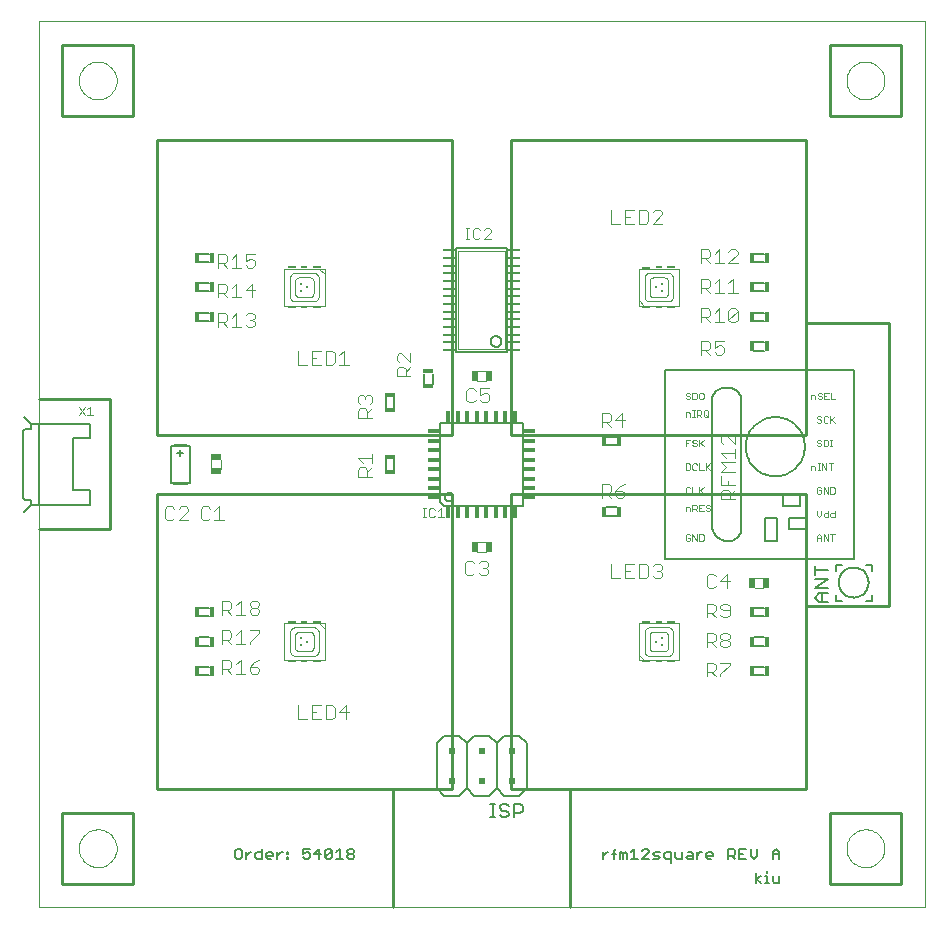
<source format=gto>
G75*
G70*
%OFA0B0*%
%FSLAX24Y24*%
%IPPOS*%
%LPD*%
%AMOC8*
5,1,8,0,0,1.08239X$1,22.5*
%
%ADD10C,0.0000*%
%ADD11C,0.0060*%
%ADD12C,0.0100*%
%ADD13C,0.0050*%
%ADD14R,0.0200X0.0200*%
%ADD15C,0.0040*%
%ADD16R,0.0374X0.0197*%
%ADD17R,0.0180X0.0390*%
%ADD18R,0.0390X0.0180*%
%ADD19C,0.0030*%
%ADD20C,0.0020*%
%ADD21R,0.0160X0.0340*%
%ADD22R,0.0340X0.0160*%
%ADD23R,0.0197X0.0374*%
%ADD24C,0.0080*%
%ADD25R,0.0440X0.0080*%
%ADD26R,0.0276X0.0108*%
%ADD27R,0.0197X0.0098*%
%ADD28R,0.0276X0.0089*%
%ADD29R,0.0197X0.0089*%
%ADD30R,0.0098X0.0098*%
D10*
X000637Y000574D02*
X030165Y000574D01*
X030165Y030101D01*
X000637Y030101D01*
X000637Y000574D01*
X001976Y002542D02*
X001978Y002592D01*
X001984Y002642D01*
X001994Y002691D01*
X002008Y002739D01*
X002025Y002786D01*
X002046Y002831D01*
X002071Y002875D01*
X002099Y002916D01*
X002131Y002955D01*
X002165Y002992D01*
X002202Y003026D01*
X002242Y003056D01*
X002284Y003083D01*
X002328Y003107D01*
X002374Y003128D01*
X002421Y003144D01*
X002469Y003157D01*
X002519Y003166D01*
X002568Y003171D01*
X002619Y003172D01*
X002669Y003169D01*
X002718Y003162D01*
X002767Y003151D01*
X002815Y003136D01*
X002861Y003118D01*
X002906Y003096D01*
X002949Y003070D01*
X002990Y003041D01*
X003029Y003009D01*
X003065Y002974D01*
X003097Y002936D01*
X003127Y002896D01*
X003154Y002853D01*
X003177Y002809D01*
X003196Y002763D01*
X003212Y002715D01*
X003224Y002666D01*
X003232Y002617D01*
X003236Y002567D01*
X003236Y002517D01*
X003232Y002467D01*
X003224Y002418D01*
X003212Y002369D01*
X003196Y002321D01*
X003177Y002275D01*
X003154Y002231D01*
X003127Y002188D01*
X003097Y002148D01*
X003065Y002110D01*
X003029Y002075D01*
X002990Y002043D01*
X002949Y002014D01*
X002906Y001988D01*
X002861Y001966D01*
X002815Y001948D01*
X002767Y001933D01*
X002718Y001922D01*
X002669Y001915D01*
X002619Y001912D01*
X002568Y001913D01*
X002519Y001918D01*
X002469Y001927D01*
X002421Y001940D01*
X002374Y001956D01*
X002328Y001977D01*
X002284Y002001D01*
X002242Y002028D01*
X002202Y002058D01*
X002165Y002092D01*
X002131Y002129D01*
X002099Y002168D01*
X002071Y002209D01*
X002046Y002253D01*
X002025Y002298D01*
X002008Y002345D01*
X001994Y002393D01*
X001984Y002442D01*
X001978Y002492D01*
X001976Y002542D01*
X001976Y028133D02*
X001978Y028183D01*
X001984Y028233D01*
X001994Y028282D01*
X002008Y028330D01*
X002025Y028377D01*
X002046Y028422D01*
X002071Y028466D01*
X002099Y028507D01*
X002131Y028546D01*
X002165Y028583D01*
X002202Y028617D01*
X002242Y028647D01*
X002284Y028674D01*
X002328Y028698D01*
X002374Y028719D01*
X002421Y028735D01*
X002469Y028748D01*
X002519Y028757D01*
X002568Y028762D01*
X002619Y028763D01*
X002669Y028760D01*
X002718Y028753D01*
X002767Y028742D01*
X002815Y028727D01*
X002861Y028709D01*
X002906Y028687D01*
X002949Y028661D01*
X002990Y028632D01*
X003029Y028600D01*
X003065Y028565D01*
X003097Y028527D01*
X003127Y028487D01*
X003154Y028444D01*
X003177Y028400D01*
X003196Y028354D01*
X003212Y028306D01*
X003224Y028257D01*
X003232Y028208D01*
X003236Y028158D01*
X003236Y028108D01*
X003232Y028058D01*
X003224Y028009D01*
X003212Y027960D01*
X003196Y027912D01*
X003177Y027866D01*
X003154Y027822D01*
X003127Y027779D01*
X003097Y027739D01*
X003065Y027701D01*
X003029Y027666D01*
X002990Y027634D01*
X002949Y027605D01*
X002906Y027579D01*
X002861Y027557D01*
X002815Y027539D01*
X002767Y027524D01*
X002718Y027513D01*
X002669Y027506D01*
X002619Y027503D01*
X002568Y027504D01*
X002519Y027509D01*
X002469Y027518D01*
X002421Y027531D01*
X002374Y027547D01*
X002328Y027568D01*
X002284Y027592D01*
X002242Y027619D01*
X002202Y027649D01*
X002165Y027683D01*
X002131Y027720D01*
X002099Y027759D01*
X002071Y027800D01*
X002046Y027844D01*
X002025Y027889D01*
X002008Y027936D01*
X001994Y027984D01*
X001984Y028033D01*
X001978Y028083D01*
X001976Y028133D01*
X027566Y028133D02*
X027568Y028183D01*
X027574Y028233D01*
X027584Y028282D01*
X027598Y028330D01*
X027615Y028377D01*
X027636Y028422D01*
X027661Y028466D01*
X027689Y028507D01*
X027721Y028546D01*
X027755Y028583D01*
X027792Y028617D01*
X027832Y028647D01*
X027874Y028674D01*
X027918Y028698D01*
X027964Y028719D01*
X028011Y028735D01*
X028059Y028748D01*
X028109Y028757D01*
X028158Y028762D01*
X028209Y028763D01*
X028259Y028760D01*
X028308Y028753D01*
X028357Y028742D01*
X028405Y028727D01*
X028451Y028709D01*
X028496Y028687D01*
X028539Y028661D01*
X028580Y028632D01*
X028619Y028600D01*
X028655Y028565D01*
X028687Y028527D01*
X028717Y028487D01*
X028744Y028444D01*
X028767Y028400D01*
X028786Y028354D01*
X028802Y028306D01*
X028814Y028257D01*
X028822Y028208D01*
X028826Y028158D01*
X028826Y028108D01*
X028822Y028058D01*
X028814Y028009D01*
X028802Y027960D01*
X028786Y027912D01*
X028767Y027866D01*
X028744Y027822D01*
X028717Y027779D01*
X028687Y027739D01*
X028655Y027701D01*
X028619Y027666D01*
X028580Y027634D01*
X028539Y027605D01*
X028496Y027579D01*
X028451Y027557D01*
X028405Y027539D01*
X028357Y027524D01*
X028308Y027513D01*
X028259Y027506D01*
X028209Y027503D01*
X028158Y027504D01*
X028109Y027509D01*
X028059Y027518D01*
X028011Y027531D01*
X027964Y027547D01*
X027918Y027568D01*
X027874Y027592D01*
X027832Y027619D01*
X027792Y027649D01*
X027755Y027683D01*
X027721Y027720D01*
X027689Y027759D01*
X027661Y027800D01*
X027636Y027844D01*
X027615Y027889D01*
X027598Y027936D01*
X027584Y027984D01*
X027574Y028033D01*
X027568Y028083D01*
X027566Y028133D01*
X027566Y002542D02*
X027568Y002592D01*
X027574Y002642D01*
X027584Y002691D01*
X027598Y002739D01*
X027615Y002786D01*
X027636Y002831D01*
X027661Y002875D01*
X027689Y002916D01*
X027721Y002955D01*
X027755Y002992D01*
X027792Y003026D01*
X027832Y003056D01*
X027874Y003083D01*
X027918Y003107D01*
X027964Y003128D01*
X028011Y003144D01*
X028059Y003157D01*
X028109Y003166D01*
X028158Y003171D01*
X028209Y003172D01*
X028259Y003169D01*
X028308Y003162D01*
X028357Y003151D01*
X028405Y003136D01*
X028451Y003118D01*
X028496Y003096D01*
X028539Y003070D01*
X028580Y003041D01*
X028619Y003009D01*
X028655Y002974D01*
X028687Y002936D01*
X028717Y002896D01*
X028744Y002853D01*
X028767Y002809D01*
X028786Y002763D01*
X028802Y002715D01*
X028814Y002666D01*
X028822Y002617D01*
X028826Y002567D01*
X028826Y002517D01*
X028822Y002467D01*
X028814Y002418D01*
X028802Y002369D01*
X028786Y002321D01*
X028767Y002275D01*
X028744Y002231D01*
X028717Y002188D01*
X028687Y002148D01*
X028655Y002110D01*
X028619Y002075D01*
X028580Y002043D01*
X028539Y002014D01*
X028496Y001988D01*
X028451Y001966D01*
X028405Y001948D01*
X028357Y001933D01*
X028308Y001922D01*
X028259Y001915D01*
X028209Y001912D01*
X028158Y001913D01*
X028109Y001918D01*
X028059Y001927D01*
X028011Y001940D01*
X027964Y001956D01*
X027918Y001977D01*
X027874Y002001D01*
X027832Y002028D01*
X027792Y002058D01*
X027755Y002092D01*
X027721Y002129D01*
X027689Y002168D01*
X027661Y002209D01*
X027636Y002253D01*
X027615Y002298D01*
X027598Y002345D01*
X027584Y002393D01*
X027574Y002442D01*
X027568Y002492D01*
X027566Y002542D01*
D11*
X025329Y002405D02*
X025329Y002179D01*
X025329Y002349D02*
X025102Y002349D01*
X025102Y002405D02*
X025215Y002519D01*
X025329Y002405D01*
X025102Y002405D02*
X025102Y002179D01*
X024592Y002292D02*
X024592Y002519D01*
X024365Y002519D02*
X024365Y002292D01*
X024479Y002179D01*
X024592Y002292D01*
X024224Y002179D02*
X023997Y002179D01*
X023997Y002519D01*
X024224Y002519D01*
X024110Y002349D02*
X023997Y002349D01*
X023855Y002349D02*
X023855Y002462D01*
X023799Y002519D01*
X023629Y002519D01*
X023629Y002179D01*
X023629Y002292D02*
X023799Y002292D01*
X023855Y002349D01*
X023742Y002292D02*
X023855Y002179D01*
X023119Y002292D02*
X022892Y002292D01*
X022892Y002349D02*
X022949Y002405D01*
X023062Y002405D01*
X023119Y002349D01*
X023119Y002292D01*
X023062Y002179D02*
X022949Y002179D01*
X022892Y002235D01*
X022892Y002349D01*
X022755Y002405D02*
X022698Y002405D01*
X022585Y002292D01*
X022585Y002179D02*
X022585Y002405D01*
X022444Y002349D02*
X022444Y002179D01*
X022273Y002179D01*
X022217Y002235D01*
X022273Y002292D01*
X022444Y002292D01*
X022444Y002349D02*
X022387Y002405D01*
X022273Y002405D01*
X022075Y002405D02*
X022075Y002179D01*
X021905Y002179D01*
X021848Y002235D01*
X021848Y002405D01*
X021707Y002405D02*
X021707Y002065D01*
X021707Y002179D02*
X021537Y002179D01*
X021480Y002235D01*
X021480Y002349D01*
X021537Y002405D01*
X021707Y002405D01*
X021339Y002405D02*
X021168Y002405D01*
X021112Y002349D01*
X021168Y002292D01*
X021282Y002292D01*
X021339Y002235D01*
X021282Y002179D01*
X021112Y002179D01*
X020970Y002179D02*
X020743Y002179D01*
X020970Y002405D01*
X020970Y002462D01*
X020914Y002519D01*
X020800Y002519D01*
X020743Y002462D01*
X020489Y002519D02*
X020489Y002179D01*
X020602Y002179D02*
X020375Y002179D01*
X020234Y002179D02*
X020234Y002349D01*
X020177Y002405D01*
X020120Y002349D01*
X020120Y002179D01*
X020007Y002179D02*
X020007Y002405D01*
X020064Y002405D01*
X020120Y002349D01*
X019875Y002349D02*
X019761Y002349D01*
X019818Y002462D02*
X019818Y002179D01*
X019818Y002462D02*
X019875Y002519D01*
X019624Y002405D02*
X019568Y002405D01*
X019454Y002292D01*
X019454Y002179D02*
X019454Y002405D01*
X020375Y002405D02*
X020489Y002519D01*
X016901Y004548D02*
X016651Y004298D01*
X016151Y004298D01*
X015901Y004548D01*
X015901Y006048D01*
X015651Y006298D01*
X015151Y006298D01*
X014901Y006048D01*
X014651Y006298D01*
X014151Y006298D01*
X013901Y006048D01*
X013901Y004548D01*
X014151Y004298D01*
X014651Y004298D01*
X014901Y004548D01*
X014901Y006048D01*
X015901Y006048D02*
X016151Y006298D01*
X016651Y006298D01*
X016901Y006048D01*
X016901Y004548D01*
X015901Y004548D02*
X015651Y004298D01*
X015151Y004298D01*
X014901Y004548D01*
X011155Y002462D02*
X011155Y002405D01*
X011099Y002349D01*
X010985Y002349D01*
X010929Y002405D01*
X010929Y002462D01*
X010985Y002519D01*
X011099Y002519D01*
X011155Y002462D01*
X011099Y002349D02*
X011155Y002292D01*
X011155Y002235D01*
X011099Y002179D01*
X010985Y002179D01*
X010929Y002235D01*
X010929Y002292D01*
X010985Y002349D01*
X010787Y002179D02*
X010560Y002179D01*
X010674Y002179D02*
X010674Y002519D01*
X010560Y002405D01*
X010419Y002462D02*
X010192Y002235D01*
X010249Y002179D01*
X010362Y002179D01*
X010419Y002235D01*
X010419Y002462D01*
X010362Y002519D01*
X010249Y002519D01*
X010192Y002462D01*
X010192Y002235D01*
X010051Y002349D02*
X009824Y002349D01*
X009994Y002519D01*
X009994Y002179D01*
X009682Y002235D02*
X009625Y002179D01*
X009512Y002179D01*
X009455Y002235D01*
X009455Y002349D02*
X009569Y002405D01*
X009625Y002405D01*
X009682Y002349D01*
X009682Y002235D01*
X009455Y002349D02*
X009455Y002519D01*
X009682Y002519D01*
X008960Y002405D02*
X008960Y002349D01*
X008903Y002349D01*
X008903Y002405D01*
X008960Y002405D01*
X008960Y002235D02*
X008960Y002179D01*
X008903Y002179D01*
X008903Y002235D01*
X008960Y002235D01*
X008766Y002405D02*
X008709Y002405D01*
X008596Y002292D01*
X008596Y002179D02*
X008596Y002405D01*
X008454Y002349D02*
X008454Y002292D01*
X008228Y002292D01*
X008228Y002349D02*
X008284Y002405D01*
X008398Y002405D01*
X008454Y002349D01*
X008398Y002179D02*
X008284Y002179D01*
X008228Y002235D01*
X008228Y002349D01*
X008086Y002405D02*
X007916Y002405D01*
X007859Y002349D01*
X007859Y002235D01*
X007916Y002179D01*
X008086Y002179D01*
X008086Y002519D01*
X007723Y002405D02*
X007666Y002405D01*
X007552Y002292D01*
X007552Y002179D02*
X007552Y002405D01*
X007411Y002462D02*
X007411Y002235D01*
X007354Y002179D01*
X007241Y002179D01*
X007184Y002235D01*
X007184Y002462D01*
X007241Y002519D01*
X007354Y002519D01*
X007411Y002462D01*
X006319Y008308D02*
X005979Y008308D01*
X005979Y008588D02*
X006319Y008588D01*
X006319Y009292D02*
X005979Y009292D01*
X005979Y009572D02*
X006319Y009572D01*
X006319Y010276D02*
X005979Y010276D01*
X005979Y010556D02*
X006319Y010556D01*
X005581Y014687D02*
X005141Y014687D01*
X005141Y015987D02*
X005581Y015987D01*
X005979Y020119D02*
X006319Y020119D01*
X006319Y020399D02*
X005979Y020399D01*
X005979Y021103D02*
X006319Y021103D01*
X006319Y021383D02*
X005979Y021383D01*
X005979Y022087D02*
X006319Y022087D01*
X006319Y022367D02*
X005979Y022367D01*
X012209Y017574D02*
X012209Y017234D01*
X012490Y017234D02*
X012490Y017574D01*
X013489Y018022D02*
X013489Y018362D01*
X013769Y018362D02*
X013769Y018022D01*
X014541Y019086D02*
X016260Y019086D01*
X016260Y022542D01*
X014541Y022542D01*
X014541Y019086D01*
X015701Y019436D02*
X015703Y019462D01*
X015709Y019488D01*
X015718Y019512D01*
X015731Y019535D01*
X015747Y019556D01*
X015766Y019574D01*
X015787Y019590D01*
X015811Y019602D01*
X015835Y019610D01*
X015861Y019615D01*
X015888Y019616D01*
X015914Y019613D01*
X015939Y019606D01*
X015963Y019596D01*
X015986Y019582D01*
X016006Y019566D01*
X016023Y019546D01*
X016038Y019524D01*
X016049Y019500D01*
X016057Y019475D01*
X016061Y019449D01*
X016061Y019423D01*
X016057Y019397D01*
X016049Y019372D01*
X016038Y019348D01*
X016023Y019326D01*
X016006Y019306D01*
X015986Y019290D01*
X015963Y019276D01*
X015939Y019266D01*
X015914Y019259D01*
X015888Y019256D01*
X015861Y019257D01*
X015835Y019262D01*
X015811Y019270D01*
X015787Y019282D01*
X015766Y019298D01*
X015747Y019316D01*
X015731Y019337D01*
X015718Y019360D01*
X015709Y019384D01*
X015703Y019410D01*
X015701Y019436D01*
X016781Y016717D02*
X014021Y016717D01*
X014021Y014097D01*
X014161Y013958D01*
X016781Y013958D01*
X016781Y016717D01*
X014180Y014257D02*
X014182Y014280D01*
X014188Y014303D01*
X014197Y014324D01*
X014210Y014344D01*
X014226Y014361D01*
X014244Y014375D01*
X014264Y014386D01*
X014286Y014394D01*
X014309Y014398D01*
X014333Y014398D01*
X014356Y014394D01*
X014378Y014386D01*
X014398Y014375D01*
X014416Y014361D01*
X014432Y014344D01*
X014445Y014324D01*
X014454Y014303D01*
X014460Y014280D01*
X014462Y014257D01*
X014460Y014234D01*
X014454Y014211D01*
X014445Y014190D01*
X014432Y014170D01*
X014416Y014153D01*
X014398Y014139D01*
X014378Y014128D01*
X014356Y014120D01*
X014333Y014116D01*
X014309Y014116D01*
X014286Y014120D01*
X014264Y014128D01*
X014244Y014139D01*
X014226Y014153D01*
X014210Y014170D01*
X014197Y014190D01*
X014188Y014211D01*
X014182Y014234D01*
X014180Y014257D01*
X012490Y015167D02*
X012490Y015508D01*
X012209Y015508D02*
X012209Y015167D01*
X019561Y015985D02*
X019902Y015985D01*
X019902Y016265D02*
X019561Y016265D01*
X019561Y013903D02*
X019902Y013903D01*
X019902Y013623D02*
X019561Y013623D01*
X024483Y010556D02*
X024823Y010556D01*
X024823Y010276D02*
X024483Y010276D01*
X024483Y009572D02*
X024823Y009572D01*
X024823Y009292D02*
X024483Y009292D01*
X024483Y008588D02*
X024823Y008588D01*
X024823Y008308D02*
X024483Y008308D01*
X027202Y010800D02*
X027202Y011000D01*
X027202Y010800D02*
X027402Y010800D01*
X027302Y011400D02*
X027304Y011444D01*
X027310Y011488D01*
X027320Y011531D01*
X027333Y011573D01*
X027350Y011614D01*
X027371Y011653D01*
X027395Y011690D01*
X027422Y011725D01*
X027452Y011757D01*
X027485Y011787D01*
X027521Y011813D01*
X027558Y011837D01*
X027598Y011856D01*
X027639Y011873D01*
X027682Y011885D01*
X027725Y011894D01*
X027769Y011899D01*
X027813Y011900D01*
X027857Y011897D01*
X027901Y011890D01*
X027944Y011879D01*
X027986Y011865D01*
X028026Y011847D01*
X028065Y011825D01*
X028101Y011801D01*
X028135Y011773D01*
X028167Y011742D01*
X028196Y011708D01*
X028222Y011672D01*
X028244Y011634D01*
X028263Y011594D01*
X028278Y011552D01*
X028290Y011510D01*
X028298Y011466D01*
X028302Y011422D01*
X028302Y011378D01*
X028298Y011334D01*
X028290Y011290D01*
X028278Y011248D01*
X028263Y011206D01*
X028244Y011166D01*
X028222Y011128D01*
X028196Y011092D01*
X028167Y011058D01*
X028135Y011027D01*
X028101Y010999D01*
X028065Y010975D01*
X028026Y010953D01*
X027986Y010935D01*
X027944Y010921D01*
X027901Y010910D01*
X027857Y010903D01*
X027813Y010900D01*
X027769Y010901D01*
X027725Y010906D01*
X027682Y010915D01*
X027639Y010927D01*
X027598Y010944D01*
X027558Y010963D01*
X027521Y010987D01*
X027485Y011013D01*
X027452Y011043D01*
X027422Y011075D01*
X027395Y011110D01*
X027371Y011147D01*
X027350Y011186D01*
X027333Y011227D01*
X027320Y011269D01*
X027310Y011312D01*
X027304Y011356D01*
X027302Y011400D01*
X027202Y011800D02*
X027202Y012000D01*
X027402Y012000D01*
X028202Y012000D02*
X028402Y012000D01*
X028402Y011800D01*
X028402Y011000D02*
X028402Y010800D01*
X028202Y010800D01*
X024823Y019134D02*
X024483Y019134D01*
X024483Y019415D02*
X024823Y019415D01*
X024823Y020119D02*
X024483Y020119D01*
X024483Y020399D02*
X024823Y020399D01*
X024823Y021103D02*
X024483Y021103D01*
X024483Y021383D02*
X024823Y021383D01*
X024823Y022087D02*
X024483Y022087D01*
X024483Y022367D02*
X024823Y022367D01*
X024913Y001788D02*
X024913Y001731D01*
X024913Y001618D02*
X024913Y001391D01*
X024856Y001391D02*
X024970Y001391D01*
X025102Y001448D02*
X025159Y001391D01*
X025329Y001391D01*
X025329Y001618D01*
X025102Y001618D02*
X025102Y001448D01*
X024913Y001618D02*
X024856Y001618D01*
X024720Y001618D02*
X024549Y001505D01*
X024720Y001391D01*
X024549Y001391D02*
X024549Y001731D01*
D12*
X027015Y001361D02*
X027015Y003723D01*
X029377Y003723D01*
X029377Y001361D01*
X027015Y001361D01*
X026228Y004511D02*
X018354Y004511D01*
X016385Y004511D01*
X016385Y014353D01*
X026228Y014353D01*
X026228Y010613D01*
X026228Y004511D01*
X026228Y010613D02*
X028983Y010613D01*
X028983Y020062D01*
X026228Y020062D01*
X026228Y016322D01*
X016385Y016322D01*
X016385Y026164D01*
X026228Y026164D01*
X026228Y020062D01*
X027015Y026952D02*
X027015Y029314D01*
X029377Y029314D01*
X029377Y026952D01*
X027015Y026952D01*
X014417Y026164D02*
X014417Y016322D01*
X004574Y016322D01*
X004574Y026164D01*
X014417Y026164D01*
X003787Y026952D02*
X001424Y026952D01*
X001424Y029314D01*
X003787Y029314D01*
X003787Y026952D01*
X002999Y017503D02*
X000637Y017503D01*
X002999Y017503D02*
X002999Y013172D01*
X000637Y013172D01*
X004574Y014353D02*
X014417Y014353D01*
X014417Y004511D01*
X012448Y004511D01*
X004574Y004511D01*
X004574Y014353D01*
X012448Y004511D02*
X012448Y000574D01*
X018354Y000574D02*
X018354Y004511D01*
X003787Y003723D02*
X003787Y001361D01*
X001424Y001361D01*
X001424Y003723D01*
X003787Y003723D01*
D13*
X002350Y013999D02*
X000657Y013999D01*
X000657Y016676D01*
X002350Y016676D01*
X002350Y016204D01*
X001798Y016204D01*
X001798Y014471D01*
X002350Y014471D01*
X002350Y013999D01*
X000657Y013999D02*
X000381Y013999D01*
X000381Y014156D01*
X000204Y014156D01*
X000187Y014160D01*
X000172Y014168D01*
X000158Y014178D01*
X000146Y014190D01*
X000136Y014205D01*
X000129Y014221D01*
X000126Y014238D01*
X000125Y014255D01*
X000125Y016440D01*
X000129Y016457D01*
X000137Y016472D01*
X000147Y016486D01*
X000159Y016498D01*
X000174Y016508D01*
X000190Y016515D01*
X000207Y016518D01*
X000224Y016519D01*
X000381Y016519D01*
X000381Y016676D01*
X000657Y016676D01*
X015698Y004023D02*
X015848Y004023D01*
X015773Y004023D02*
X015773Y003573D01*
X015698Y003573D02*
X015848Y003573D01*
X016005Y003648D02*
X016080Y003573D01*
X016230Y003573D01*
X016305Y003648D01*
X016305Y003723D01*
X016230Y003798D01*
X016080Y003798D01*
X016005Y003873D01*
X016005Y003948D01*
X016080Y004023D01*
X016230Y004023D01*
X016305Y003948D01*
X016465Y004023D02*
X016465Y003573D01*
X016465Y003723D02*
X016691Y003723D01*
X016766Y003798D01*
X016766Y003948D01*
X016691Y004023D01*
X016465Y004023D01*
X021503Y012188D02*
X021503Y018487D01*
X027802Y018487D01*
X027802Y012188D01*
X021503Y012188D01*
X023078Y013323D02*
X023078Y017456D01*
X023080Y017497D01*
X023085Y017537D01*
X023095Y017576D01*
X023108Y017615D01*
X023124Y017652D01*
X023144Y017688D01*
X023167Y017721D01*
X023193Y017752D01*
X023222Y017781D01*
X023253Y017807D01*
X023286Y017830D01*
X023322Y017850D01*
X023359Y017866D01*
X023398Y017879D01*
X023437Y017889D01*
X023477Y017894D01*
X023518Y017896D01*
X023518Y017897D02*
X023622Y017897D01*
X023622Y017896D02*
X023663Y017894D01*
X023703Y017889D01*
X023742Y017879D01*
X023781Y017866D01*
X023818Y017850D01*
X023854Y017830D01*
X023887Y017807D01*
X023918Y017781D01*
X023947Y017752D01*
X023973Y017721D01*
X023996Y017688D01*
X024016Y017652D01*
X024032Y017615D01*
X024045Y017576D01*
X024055Y017537D01*
X024060Y017497D01*
X024062Y017456D01*
X024062Y013219D01*
X024060Y013178D01*
X024055Y013138D01*
X024045Y013099D01*
X024032Y013060D01*
X024016Y013023D01*
X023996Y012987D01*
X023973Y012954D01*
X023947Y012923D01*
X023918Y012894D01*
X023887Y012868D01*
X023854Y012845D01*
X023818Y012825D01*
X023781Y012809D01*
X023742Y012796D01*
X023703Y012786D01*
X023663Y012781D01*
X023622Y012779D01*
X023577Y012781D01*
X023532Y012786D01*
X023488Y012796D01*
X023445Y012808D01*
X023403Y012825D01*
X023363Y012845D01*
X023324Y012868D01*
X023288Y012894D01*
X023254Y012923D01*
X023222Y012955D01*
X023193Y012989D01*
X023167Y013025D01*
X023144Y013064D01*
X023124Y013104D01*
X023107Y013146D01*
X023095Y013189D01*
X023085Y013233D01*
X023080Y013278D01*
X023078Y013323D01*
X024850Y013566D02*
X024850Y012778D01*
X025243Y012778D01*
X025243Y013566D01*
X024850Y013566D01*
X025440Y013960D02*
X025440Y014353D01*
X026031Y014353D01*
X026031Y013960D01*
X025440Y013960D01*
X025637Y013566D02*
X026228Y013566D01*
X026228Y013172D01*
X025637Y013172D01*
X025637Y013566D01*
X026510Y011964D02*
X026510Y011664D01*
X026510Y011814D02*
X026960Y011814D01*
X026960Y011503D02*
X026510Y011503D01*
X026510Y011203D02*
X026960Y011503D01*
X026960Y011203D02*
X026510Y011203D01*
X026660Y011043D02*
X026960Y011043D01*
X026735Y011043D02*
X026735Y010743D01*
X026660Y010743D02*
X026510Y010893D01*
X026660Y011043D01*
X026660Y010743D02*
X026960Y010743D01*
X024206Y015928D02*
X024208Y015990D01*
X024214Y016053D01*
X024224Y016114D01*
X024238Y016175D01*
X024255Y016235D01*
X024276Y016294D01*
X024302Y016351D01*
X024330Y016406D01*
X024362Y016460D01*
X024398Y016511D01*
X024436Y016561D01*
X024478Y016607D01*
X024522Y016651D01*
X024570Y016692D01*
X024619Y016730D01*
X024671Y016764D01*
X024725Y016795D01*
X024781Y016823D01*
X024839Y016847D01*
X024898Y016868D01*
X024958Y016884D01*
X025019Y016897D01*
X025081Y016906D01*
X025143Y016911D01*
X025206Y016912D01*
X025268Y016909D01*
X025330Y016902D01*
X025392Y016891D01*
X025452Y016876D01*
X025512Y016858D01*
X025570Y016836D01*
X025627Y016810D01*
X025682Y016780D01*
X025735Y016747D01*
X025786Y016711D01*
X025834Y016672D01*
X025880Y016629D01*
X025923Y016584D01*
X025963Y016536D01*
X026000Y016486D01*
X026034Y016433D01*
X026065Y016379D01*
X026091Y016323D01*
X026115Y016265D01*
X026134Y016205D01*
X026150Y016145D01*
X026162Y016083D01*
X026170Y016022D01*
X026174Y015959D01*
X026174Y015897D01*
X026170Y015834D01*
X026162Y015773D01*
X026150Y015711D01*
X026134Y015651D01*
X026115Y015591D01*
X026091Y015533D01*
X026065Y015477D01*
X026034Y015423D01*
X026000Y015370D01*
X025963Y015320D01*
X025923Y015272D01*
X025880Y015227D01*
X025834Y015184D01*
X025786Y015145D01*
X025735Y015109D01*
X025682Y015076D01*
X025627Y015046D01*
X025570Y015020D01*
X025512Y014998D01*
X025452Y014980D01*
X025392Y014965D01*
X025330Y014954D01*
X025268Y014947D01*
X025206Y014944D01*
X025143Y014945D01*
X025081Y014950D01*
X025019Y014959D01*
X024958Y014972D01*
X024898Y014988D01*
X024839Y015009D01*
X024781Y015033D01*
X024725Y015061D01*
X024671Y015092D01*
X024619Y015126D01*
X024570Y015164D01*
X024522Y015205D01*
X024478Y015249D01*
X024436Y015295D01*
X024398Y015345D01*
X024362Y015396D01*
X024330Y015450D01*
X024302Y015505D01*
X024276Y015562D01*
X024255Y015621D01*
X024238Y015681D01*
X024224Y015742D01*
X024214Y015803D01*
X024208Y015866D01*
X024206Y015928D01*
D14*
X016401Y005798D03*
X016401Y004798D03*
X015401Y004798D03*
X015401Y005798D03*
X014401Y005798D03*
X014401Y004798D03*
D15*
X010889Y006850D02*
X010889Y007310D01*
X010659Y007080D01*
X010966Y007080D01*
X010506Y007233D02*
X010506Y006926D01*
X010429Y006850D01*
X010199Y006850D01*
X010199Y007310D01*
X010429Y007310D01*
X010506Y007233D01*
X010045Y007310D02*
X009738Y007310D01*
X009738Y006850D01*
X010045Y006850D01*
X009892Y007080D02*
X009738Y007080D01*
X009585Y006850D02*
X009278Y006850D01*
X009278Y007310D01*
X008826Y008822D02*
X008826Y010042D01*
X009987Y010042D01*
X010165Y009865D01*
X010066Y009963D01*
X010076Y010042D02*
X010165Y010042D01*
X010165Y009865D01*
X010165Y008822D01*
X008826Y008822D01*
X009023Y009117D02*
X009023Y009747D01*
X009025Y009769D01*
X009029Y009791D01*
X009037Y009812D01*
X009048Y009832D01*
X009061Y009850D01*
X009077Y009866D01*
X009095Y009879D01*
X009115Y009890D01*
X009136Y009898D01*
X009158Y009902D01*
X009180Y009904D01*
X009810Y009904D01*
X009832Y009902D01*
X009854Y009898D01*
X009875Y009890D01*
X009895Y009879D01*
X009913Y009866D01*
X009929Y009850D01*
X009942Y009832D01*
X009953Y009812D01*
X009961Y009791D01*
X009965Y009769D01*
X009967Y009747D01*
X009968Y009747D02*
X009968Y009117D01*
X009967Y009117D02*
X009965Y009095D01*
X009961Y009073D01*
X009953Y009052D01*
X009942Y009032D01*
X009929Y009014D01*
X009913Y008998D01*
X009895Y008985D01*
X009875Y008974D01*
X009854Y008966D01*
X009832Y008962D01*
X009810Y008960D01*
X009180Y008960D01*
X009158Y008962D01*
X009136Y008966D01*
X009115Y008974D01*
X009095Y008985D01*
X009077Y008998D01*
X009061Y009014D01*
X009048Y009032D01*
X009037Y009052D01*
X009029Y009073D01*
X009025Y009095D01*
X009023Y009117D01*
X009190Y009225D02*
X009190Y009639D01*
X009192Y009659D01*
X009197Y009679D01*
X009206Y009698D01*
X009218Y009715D01*
X009232Y009729D01*
X009249Y009741D01*
X009268Y009750D01*
X009288Y009755D01*
X009308Y009757D01*
X009682Y009757D01*
X009702Y009755D01*
X009722Y009750D01*
X009741Y009741D01*
X009758Y009729D01*
X009772Y009715D01*
X009784Y009698D01*
X009793Y009679D01*
X009798Y009659D01*
X009800Y009639D01*
X009800Y009225D01*
X009798Y009205D01*
X009793Y009185D01*
X009784Y009166D01*
X009772Y009149D01*
X009758Y009135D01*
X009741Y009123D01*
X009722Y009114D01*
X009702Y009109D01*
X009682Y009107D01*
X009308Y009107D01*
X009288Y009109D01*
X009268Y009114D01*
X009249Y009123D01*
X009232Y009135D01*
X009218Y009149D01*
X009206Y009166D01*
X009197Y009185D01*
X009192Y009205D01*
X009190Y009225D01*
X009987Y010042D02*
X010165Y010042D01*
X007984Y009806D02*
X007984Y009729D01*
X007677Y009422D01*
X007677Y009346D01*
X007523Y009346D02*
X007217Y009346D01*
X007370Y009346D02*
X007370Y009806D01*
X007217Y009653D01*
X007063Y009729D02*
X007063Y009576D01*
X006986Y009499D01*
X006756Y009499D01*
X006756Y009346D02*
X006756Y009806D01*
X006986Y009806D01*
X007063Y009729D01*
X006910Y009499D02*
X007063Y009346D01*
X006986Y008822D02*
X006756Y008822D01*
X006756Y008361D01*
X006756Y008515D02*
X006986Y008515D01*
X007063Y008592D01*
X007063Y008745D01*
X006986Y008822D01*
X007217Y008668D02*
X007370Y008822D01*
X007370Y008361D01*
X007217Y008361D02*
X007523Y008361D01*
X007677Y008438D02*
X007754Y008361D01*
X007907Y008361D01*
X007984Y008438D01*
X007984Y008515D01*
X007907Y008592D01*
X007677Y008592D01*
X007677Y008438D01*
X007677Y008592D02*
X007830Y008745D01*
X007984Y008822D01*
X007984Y009806D02*
X007677Y009806D01*
X007754Y010330D02*
X007677Y010407D01*
X007677Y010483D01*
X007754Y010560D01*
X007907Y010560D01*
X007984Y010483D01*
X007984Y010407D01*
X007907Y010330D01*
X007754Y010330D01*
X007754Y010560D02*
X007677Y010637D01*
X007677Y010714D01*
X007754Y010790D01*
X007907Y010790D01*
X007984Y010714D01*
X007984Y010637D01*
X007907Y010560D01*
X007523Y010330D02*
X007217Y010330D01*
X007370Y010330D02*
X007370Y010790D01*
X007217Y010637D01*
X007063Y010714D02*
X006986Y010790D01*
X006756Y010790D01*
X006756Y010330D01*
X006756Y010483D02*
X006986Y010483D01*
X007063Y010560D01*
X007063Y010714D01*
X006910Y010483D02*
X007063Y010330D01*
X006910Y008515D02*
X007063Y008361D01*
X006803Y013480D02*
X006496Y013480D01*
X006649Y013480D02*
X006649Y013940D01*
X006496Y013786D01*
X006342Y013863D02*
X006266Y013940D01*
X006112Y013940D01*
X006035Y013863D01*
X006035Y013556D01*
X006112Y013480D01*
X006266Y013480D01*
X006342Y013556D01*
X005622Y013480D02*
X005315Y013480D01*
X005622Y013786D01*
X005622Y013863D01*
X005545Y013940D01*
X005391Y013940D01*
X005315Y013863D01*
X005161Y013863D02*
X005085Y013940D01*
X004931Y013940D01*
X004854Y013863D01*
X004854Y013556D01*
X004931Y013480D01*
X005085Y013480D01*
X005161Y013556D01*
X006378Y015197D02*
X006378Y015478D01*
X006713Y015478D02*
X006713Y015197D01*
X009278Y018661D02*
X009585Y018661D01*
X009738Y018661D02*
X010045Y018661D01*
X010199Y018661D02*
X010429Y018661D01*
X010506Y018737D01*
X010506Y019044D01*
X010429Y019121D01*
X010199Y019121D01*
X010199Y018661D01*
X009892Y018891D02*
X009738Y018891D01*
X009738Y019121D02*
X009738Y018661D01*
X009278Y018661D02*
X009278Y019121D01*
X009738Y019121D02*
X010045Y019121D01*
X010659Y018968D02*
X010813Y019121D01*
X010813Y018661D01*
X010966Y018661D02*
X010659Y018661D01*
X011363Y017665D02*
X011440Y017665D01*
X011517Y017588D01*
X011593Y017665D01*
X011670Y017665D01*
X011747Y017588D01*
X011747Y017434D01*
X011670Y017358D01*
X011747Y017204D02*
X011593Y017051D01*
X011593Y017128D02*
X011593Y016897D01*
X011747Y016897D02*
X011287Y016897D01*
X011287Y017128D01*
X011363Y017204D01*
X011517Y017204D01*
X011593Y017128D01*
X011363Y017358D02*
X011287Y017434D01*
X011287Y017588D01*
X011363Y017665D01*
X011517Y017588D02*
X011517Y017511D01*
X012566Y018275D02*
X012566Y018505D01*
X012643Y018582D01*
X012796Y018582D01*
X012873Y018505D01*
X012873Y018275D01*
X013026Y018275D02*
X012566Y018275D01*
X012873Y018429D02*
X013026Y018582D01*
X013026Y018736D02*
X012720Y019043D01*
X012643Y019043D01*
X012566Y018966D01*
X012566Y018812D01*
X012643Y018736D01*
X013026Y018736D02*
X013026Y019043D01*
X014894Y017800D02*
X014894Y017493D01*
X014970Y017417D01*
X015124Y017417D01*
X015201Y017493D01*
X015354Y017493D02*
X015431Y017417D01*
X015584Y017417D01*
X015661Y017493D01*
X015661Y017647D01*
X015584Y017723D01*
X015508Y017723D01*
X015354Y017647D01*
X015354Y017877D01*
X015661Y017877D01*
X015541Y018120D02*
X015261Y018120D01*
X015124Y017877D02*
X014970Y017877D01*
X014894Y017800D01*
X015124Y017877D02*
X015201Y017800D01*
X015261Y018455D02*
X015541Y018455D01*
X011747Y015696D02*
X011747Y015389D01*
X011747Y015236D02*
X011593Y015082D01*
X011593Y015159D02*
X011593Y014929D01*
X011747Y014929D02*
X011287Y014929D01*
X011287Y015159D01*
X011363Y015236D01*
X011517Y015236D01*
X011593Y015159D01*
X011440Y015389D02*
X011287Y015543D01*
X011747Y015543D01*
X015261Y012747D02*
X015541Y012747D01*
X015541Y012411D02*
X015261Y012411D01*
X015386Y012115D02*
X015309Y012038D01*
X015386Y012115D02*
X015539Y012115D01*
X015616Y012038D01*
X015616Y011962D01*
X015539Y011885D01*
X015616Y011808D01*
X015616Y011731D01*
X015539Y011655D01*
X015386Y011655D01*
X015309Y011731D01*
X015155Y011731D02*
X015079Y011655D01*
X014925Y011655D01*
X014848Y011731D01*
X014848Y012038D01*
X014925Y012115D01*
X015079Y012115D01*
X015155Y012038D01*
X015462Y011885D02*
X015539Y011885D01*
X019403Y014230D02*
X019403Y014690D01*
X019633Y014690D01*
X019710Y014613D01*
X019710Y014460D01*
X019633Y014383D01*
X019403Y014383D01*
X019557Y014383D02*
X019710Y014230D01*
X019863Y014306D02*
X019940Y014230D01*
X020094Y014230D01*
X020170Y014306D01*
X020170Y014383D01*
X020094Y014460D01*
X019863Y014460D01*
X019863Y014306D01*
X019863Y014460D02*
X020017Y014613D01*
X020170Y014690D01*
X020094Y016592D02*
X020094Y017052D01*
X019863Y016822D01*
X020170Y016822D01*
X019710Y016822D02*
X019710Y016975D01*
X019633Y017052D01*
X019403Y017052D01*
X019403Y016592D01*
X019403Y016745D02*
X019633Y016745D01*
X019710Y016822D01*
X019557Y016745D02*
X019710Y016592D01*
X022704Y018999D02*
X022704Y019460D01*
X022934Y019460D01*
X023011Y019383D01*
X023011Y019229D01*
X022934Y019153D01*
X022704Y019153D01*
X022858Y019153D02*
X023011Y018999D01*
X023165Y019076D02*
X023241Y018999D01*
X023395Y018999D01*
X023472Y019076D01*
X023472Y019229D01*
X023395Y019306D01*
X023318Y019306D01*
X023165Y019229D01*
X023165Y019460D01*
X023472Y019460D01*
X023472Y020082D02*
X023165Y020082D01*
X023318Y020082D02*
X023318Y020542D01*
X023165Y020389D01*
X023011Y020466D02*
X023011Y020312D01*
X022934Y020235D01*
X022704Y020235D01*
X022704Y020082D02*
X022704Y020542D01*
X022934Y020542D01*
X023011Y020466D01*
X022858Y020235D02*
X023011Y020082D01*
X023625Y020159D02*
X023932Y020466D01*
X023932Y020159D01*
X023855Y020082D01*
X023702Y020082D01*
X023625Y020159D01*
X023625Y020466D01*
X023702Y020542D01*
X023855Y020542D01*
X023932Y020466D01*
X023932Y021066D02*
X023625Y021066D01*
X023472Y021066D02*
X023165Y021066D01*
X023318Y021066D02*
X023318Y021527D01*
X023165Y021373D01*
X023011Y021296D02*
X022934Y021220D01*
X022704Y021220D01*
X022858Y021220D02*
X023011Y021066D01*
X023011Y021296D02*
X023011Y021450D01*
X022934Y021527D01*
X022704Y021527D01*
X022704Y021066D01*
X021976Y020633D02*
X020814Y020633D01*
X020637Y020810D01*
X020735Y020711D01*
X020726Y020633D02*
X020637Y020633D01*
X020637Y020810D01*
X020637Y021853D01*
X021976Y021853D01*
X021976Y020633D01*
X021779Y020928D02*
X021779Y021558D01*
X021778Y021558D02*
X021776Y021580D01*
X021772Y021602D01*
X021764Y021623D01*
X021753Y021643D01*
X021740Y021661D01*
X021724Y021677D01*
X021706Y021690D01*
X021686Y021701D01*
X021665Y021709D01*
X021643Y021713D01*
X021621Y021715D01*
X020991Y021715D01*
X020969Y021713D01*
X020947Y021709D01*
X020926Y021701D01*
X020906Y021690D01*
X020888Y021677D01*
X020872Y021661D01*
X020859Y021643D01*
X020848Y021623D01*
X020840Y021602D01*
X020836Y021580D01*
X020834Y021558D01*
X020834Y020928D01*
X020836Y020906D01*
X020840Y020884D01*
X020848Y020863D01*
X020859Y020843D01*
X020872Y020825D01*
X020888Y020809D01*
X020906Y020796D01*
X020926Y020785D01*
X020947Y020777D01*
X020969Y020773D01*
X020991Y020771D01*
X021621Y020771D01*
X021643Y020773D01*
X021665Y020777D01*
X021686Y020785D01*
X021706Y020796D01*
X021724Y020809D01*
X021740Y020825D01*
X021753Y020843D01*
X021764Y020863D01*
X021772Y020884D01*
X021776Y020906D01*
X021778Y020928D01*
X021611Y021036D02*
X021611Y021450D01*
X021609Y021470D01*
X021604Y021490D01*
X021595Y021509D01*
X021583Y021526D01*
X021569Y021540D01*
X021552Y021552D01*
X021533Y021561D01*
X021513Y021566D01*
X021493Y021568D01*
X021119Y021568D01*
X021099Y021566D01*
X021079Y021561D01*
X021060Y021552D01*
X021043Y021540D01*
X021029Y021526D01*
X021017Y021509D01*
X021008Y021490D01*
X021003Y021470D01*
X021001Y021450D01*
X021001Y021036D01*
X021003Y021016D01*
X021008Y020996D01*
X021017Y020977D01*
X021029Y020960D01*
X021043Y020946D01*
X021060Y020934D01*
X021079Y020925D01*
X021099Y020920D01*
X021119Y020918D01*
X021493Y020918D01*
X021513Y020920D01*
X021533Y020925D01*
X021552Y020934D01*
X021569Y020946D01*
X021583Y020960D01*
X021595Y020977D01*
X021604Y020996D01*
X021609Y021016D01*
X021611Y021036D01*
X020814Y020633D02*
X020637Y020633D01*
X022704Y022050D02*
X022704Y022511D01*
X022934Y022511D01*
X023011Y022434D01*
X023011Y022281D01*
X022934Y022204D01*
X022704Y022204D01*
X022858Y022204D02*
X023011Y022050D01*
X023165Y022050D02*
X023472Y022050D01*
X023625Y022050D02*
X023932Y022357D01*
X023932Y022434D01*
X023855Y022511D01*
X023702Y022511D01*
X023625Y022434D01*
X023318Y022511D02*
X023165Y022357D01*
X023318Y022511D02*
X023318Y022050D01*
X023625Y022050D02*
X023932Y022050D01*
X023778Y021527D02*
X023778Y021066D01*
X023625Y021373D02*
X023778Y021527D01*
X021410Y023365D02*
X021103Y023365D01*
X021410Y023672D01*
X021410Y023749D01*
X021333Y023826D01*
X021180Y023826D01*
X021103Y023749D01*
X020950Y023749D02*
X020873Y023826D01*
X020643Y023826D01*
X020643Y023365D01*
X020873Y023365D01*
X020950Y023442D01*
X020950Y023749D01*
X020489Y023826D02*
X020182Y023826D01*
X020182Y023365D01*
X020489Y023365D01*
X020336Y023596D02*
X020182Y023596D01*
X020029Y023365D02*
X019722Y023365D01*
X019722Y023826D01*
X015719Y023157D02*
X015659Y023217D01*
X015539Y023217D01*
X015479Y023157D01*
X015351Y023157D02*
X015291Y023217D01*
X015170Y023217D01*
X015110Y023157D01*
X015110Y022917D01*
X015170Y022857D01*
X015291Y022857D01*
X015351Y022917D01*
X015479Y022857D02*
X015719Y023097D01*
X015719Y023157D01*
X015719Y022857D02*
X015479Y022857D01*
X014985Y022857D02*
X014865Y022857D01*
X014925Y022857D02*
X014925Y023217D01*
X014865Y023217D02*
X014985Y023217D01*
X010165Y021853D02*
X010165Y021676D01*
X010066Y021774D01*
X010076Y021853D02*
X010165Y021853D01*
X009987Y021853D01*
X010165Y021676D01*
X010165Y020633D01*
X008826Y020633D01*
X008826Y021853D01*
X009987Y021853D01*
X009810Y021715D02*
X009180Y021715D01*
X009158Y021713D01*
X009136Y021709D01*
X009115Y021701D01*
X009095Y021690D01*
X009077Y021677D01*
X009061Y021661D01*
X009048Y021643D01*
X009037Y021623D01*
X009029Y021602D01*
X009025Y021580D01*
X009023Y021558D01*
X009023Y020928D01*
X009025Y020906D01*
X009029Y020884D01*
X009037Y020863D01*
X009048Y020843D01*
X009061Y020825D01*
X009077Y020809D01*
X009095Y020796D01*
X009115Y020785D01*
X009136Y020777D01*
X009158Y020773D01*
X009180Y020771D01*
X009810Y020771D01*
X009832Y020773D01*
X009854Y020777D01*
X009875Y020785D01*
X009895Y020796D01*
X009913Y020809D01*
X009929Y020825D01*
X009942Y020843D01*
X009953Y020863D01*
X009961Y020884D01*
X009965Y020906D01*
X009967Y020928D01*
X009968Y020928D02*
X009968Y021558D01*
X009967Y021558D02*
X009965Y021580D01*
X009961Y021602D01*
X009953Y021623D01*
X009942Y021643D01*
X009929Y021661D01*
X009913Y021677D01*
X009895Y021690D01*
X009875Y021701D01*
X009854Y021709D01*
X009832Y021713D01*
X009810Y021715D01*
X009682Y021568D02*
X009308Y021568D01*
X009288Y021566D01*
X009268Y021561D01*
X009249Y021552D01*
X009232Y021540D01*
X009218Y021526D01*
X009206Y021509D01*
X009197Y021490D01*
X009192Y021470D01*
X009190Y021450D01*
X009190Y021036D01*
X009192Y021016D01*
X009197Y020996D01*
X009206Y020977D01*
X009218Y020960D01*
X009232Y020946D01*
X009249Y020934D01*
X009268Y020925D01*
X009288Y020920D01*
X009308Y020918D01*
X009682Y020918D01*
X009702Y020920D01*
X009722Y020925D01*
X009741Y020934D01*
X009758Y020946D01*
X009772Y020960D01*
X009784Y020977D01*
X009793Y020996D01*
X009798Y021016D01*
X009800Y021036D01*
X009800Y021450D01*
X009798Y021470D01*
X009793Y021490D01*
X009784Y021509D01*
X009772Y021526D01*
X009758Y021540D01*
X009741Y021552D01*
X009722Y021561D01*
X009702Y021566D01*
X009682Y021568D01*
X007840Y021968D02*
X007763Y021891D01*
X007610Y021891D01*
X007533Y021968D01*
X007533Y022121D02*
X007687Y022198D01*
X007763Y022198D01*
X007840Y022121D01*
X007840Y021968D01*
X007533Y022121D02*
X007533Y022351D01*
X007840Y022351D01*
X007380Y021891D02*
X007073Y021891D01*
X007226Y021891D02*
X007226Y022351D01*
X007073Y022198D01*
X006919Y022275D02*
X006919Y022121D01*
X006843Y022044D01*
X006612Y022044D01*
X006612Y021891D02*
X006612Y022351D01*
X006843Y022351D01*
X006919Y022275D01*
X006766Y022044D02*
X006919Y021891D01*
X006843Y021367D02*
X006612Y021367D01*
X006612Y020907D01*
X006612Y021060D02*
X006843Y021060D01*
X006919Y021137D01*
X006919Y021290D01*
X006843Y021367D01*
X007073Y021214D02*
X007226Y021367D01*
X007226Y020907D01*
X007073Y020907D02*
X007380Y020907D01*
X007533Y021137D02*
X007840Y021137D01*
X007763Y020907D02*
X007763Y021367D01*
X007533Y021137D01*
X006919Y020907D02*
X006766Y021060D01*
X006843Y020383D02*
X006612Y020383D01*
X006612Y019922D01*
X006612Y020076D02*
X006843Y020076D01*
X006919Y020153D01*
X006919Y020306D01*
X006843Y020383D01*
X007073Y020229D02*
X007226Y020383D01*
X007226Y019922D01*
X007073Y019922D02*
X007380Y019922D01*
X007533Y019999D02*
X007610Y019922D01*
X007763Y019922D01*
X007840Y019999D01*
X007840Y020076D01*
X007763Y020153D01*
X007687Y020153D01*
X007763Y020153D02*
X007840Y020229D01*
X007840Y020306D01*
X007763Y020383D01*
X007610Y020383D01*
X007533Y020306D01*
X006919Y019922D02*
X006766Y020076D01*
X019722Y012015D02*
X019722Y011554D01*
X020029Y011554D01*
X020182Y011554D02*
X020489Y011554D01*
X020643Y011554D02*
X020873Y011554D01*
X020950Y011631D01*
X020950Y011938D01*
X020873Y012015D01*
X020643Y012015D01*
X020643Y011554D01*
X020336Y011785D02*
X020182Y011785D01*
X020182Y012015D02*
X020182Y011554D01*
X020182Y012015D02*
X020489Y012015D01*
X021103Y011938D02*
X021180Y012015D01*
X021333Y012015D01*
X021410Y011938D01*
X021410Y011861D01*
X021333Y011785D01*
X021410Y011708D01*
X021410Y011631D01*
X021333Y011554D01*
X021180Y011554D01*
X021103Y011631D01*
X021257Y011785D02*
X021333Y011785D01*
X022901Y011607D02*
X022901Y011300D01*
X022978Y011224D01*
X023131Y011224D01*
X023208Y011300D01*
X023361Y011454D02*
X023668Y011454D01*
X023592Y011684D02*
X023361Y011454D01*
X023208Y011607D02*
X023131Y011684D01*
X022978Y011684D01*
X022901Y011607D01*
X023592Y011684D02*
X023592Y011224D01*
X023592Y010700D02*
X023438Y010700D01*
X023361Y010623D01*
X023361Y010546D01*
X023438Y010470D01*
X023668Y010470D01*
X023668Y010623D02*
X023592Y010700D01*
X023668Y010623D02*
X023668Y010316D01*
X023592Y010239D01*
X023438Y010239D01*
X023361Y010316D01*
X023208Y010239D02*
X023055Y010393D01*
X023131Y010393D02*
X022901Y010393D01*
X022901Y010239D02*
X022901Y010700D01*
X023131Y010700D01*
X023208Y010623D01*
X023208Y010470D01*
X023131Y010393D01*
X023131Y009716D02*
X022901Y009716D01*
X022901Y009255D01*
X022901Y009409D02*
X023131Y009409D01*
X023208Y009485D01*
X023208Y009639D01*
X023131Y009716D01*
X023361Y009639D02*
X023361Y009562D01*
X023438Y009485D01*
X023592Y009485D01*
X023668Y009409D01*
X023668Y009332D01*
X023592Y009255D01*
X023438Y009255D01*
X023361Y009332D01*
X023361Y009409D01*
X023438Y009485D01*
X023592Y009485D02*
X023668Y009562D01*
X023668Y009639D01*
X023592Y009716D01*
X023438Y009716D01*
X023361Y009639D01*
X023055Y009409D02*
X023208Y009255D01*
X023131Y008731D02*
X022901Y008731D01*
X022901Y008271D01*
X022901Y008424D02*
X023131Y008424D01*
X023208Y008501D01*
X023208Y008655D01*
X023131Y008731D01*
X023361Y008731D02*
X023668Y008731D01*
X023668Y008655D01*
X023361Y008348D01*
X023361Y008271D01*
X023208Y008271D02*
X023055Y008424D01*
X021976Y008822D02*
X020814Y008822D01*
X020637Y008999D01*
X020735Y008900D01*
X020726Y008822D02*
X020637Y008822D01*
X020637Y008999D01*
X020637Y010042D01*
X021976Y010042D01*
X021976Y008822D01*
X021779Y009117D02*
X021779Y009747D01*
X021778Y009747D02*
X021776Y009769D01*
X021772Y009791D01*
X021764Y009812D01*
X021753Y009832D01*
X021740Y009850D01*
X021724Y009866D01*
X021706Y009879D01*
X021686Y009890D01*
X021665Y009898D01*
X021643Y009902D01*
X021621Y009904D01*
X020991Y009904D01*
X020969Y009902D01*
X020947Y009898D01*
X020926Y009890D01*
X020906Y009879D01*
X020888Y009866D01*
X020872Y009850D01*
X020859Y009832D01*
X020848Y009812D01*
X020840Y009791D01*
X020836Y009769D01*
X020834Y009747D01*
X020834Y009117D01*
X020836Y009095D01*
X020840Y009073D01*
X020848Y009052D01*
X020859Y009032D01*
X020872Y009014D01*
X020888Y008998D01*
X020906Y008985D01*
X020926Y008974D01*
X020947Y008966D01*
X020969Y008962D01*
X020991Y008960D01*
X021621Y008960D01*
X021643Y008962D01*
X021665Y008966D01*
X021686Y008974D01*
X021706Y008985D01*
X021724Y008998D01*
X021740Y009014D01*
X021753Y009032D01*
X021764Y009052D01*
X021772Y009073D01*
X021776Y009095D01*
X021778Y009117D01*
X021611Y009225D02*
X021611Y009639D01*
X021609Y009659D01*
X021604Y009679D01*
X021595Y009698D01*
X021583Y009715D01*
X021569Y009729D01*
X021552Y009741D01*
X021533Y009750D01*
X021513Y009755D01*
X021493Y009757D01*
X021119Y009757D01*
X021099Y009755D01*
X021079Y009750D01*
X021060Y009741D01*
X021043Y009729D01*
X021029Y009715D01*
X021017Y009698D01*
X021008Y009679D01*
X021003Y009659D01*
X021001Y009639D01*
X021001Y009225D01*
X021003Y009205D01*
X021008Y009185D01*
X021017Y009166D01*
X021029Y009149D01*
X021043Y009135D01*
X021060Y009123D01*
X021079Y009114D01*
X021099Y009109D01*
X021119Y009107D01*
X021493Y009107D01*
X021513Y009109D01*
X021533Y009114D01*
X021552Y009123D01*
X021569Y009135D01*
X021583Y009149D01*
X021595Y009166D01*
X021604Y009185D01*
X021609Y009205D01*
X021611Y009225D01*
X020814Y008822D02*
X020637Y008822D01*
X024513Y011230D02*
X024793Y011230D01*
X024793Y011565D02*
X024513Y011565D01*
X023845Y014176D02*
X023385Y014176D01*
X023385Y014407D01*
X023462Y014483D01*
X023615Y014483D01*
X023692Y014407D01*
X023692Y014176D01*
X023692Y014330D02*
X023845Y014483D01*
X023845Y014637D02*
X023385Y014637D01*
X023385Y014944D01*
X023385Y015097D02*
X023538Y015251D01*
X023385Y015404D01*
X023845Y015404D01*
X023845Y015558D02*
X023845Y015864D01*
X023845Y015711D02*
X023385Y015711D01*
X023538Y015558D01*
X023385Y015097D02*
X023845Y015097D01*
X023615Y014790D02*
X023615Y014637D01*
X023462Y016018D02*
X023385Y016095D01*
X023385Y016248D01*
X023462Y016325D01*
X023538Y016325D01*
X023845Y016018D01*
X023845Y016325D01*
D16*
X006545Y015569D03*
X006545Y015109D03*
D17*
X014298Y013742D03*
X014613Y013742D03*
X014928Y013742D03*
X015243Y013742D03*
X015558Y013742D03*
X015873Y013742D03*
X016188Y013742D03*
X016503Y013742D03*
X016503Y016932D03*
X016188Y016932D03*
X015873Y016932D03*
X015558Y016932D03*
X015243Y016932D03*
X014928Y016932D03*
X014613Y016932D03*
X014298Y016932D03*
D18*
X013806Y016440D03*
X013806Y016125D03*
X013806Y015810D03*
X013806Y015495D03*
X013806Y015180D03*
X013806Y014865D03*
X013806Y014550D03*
X013806Y014235D03*
X016996Y014235D03*
X016996Y014550D03*
X016996Y014865D03*
X016996Y015180D03*
X016996Y015495D03*
X016996Y015810D03*
X016996Y016125D03*
X016996Y016440D03*
D19*
X014035Y013871D02*
X014035Y013581D01*
X013938Y013581D02*
X014132Y013581D01*
X013938Y013774D02*
X014035Y013871D01*
X013837Y013823D02*
X013789Y013871D01*
X013692Y013871D01*
X013644Y013823D01*
X013644Y013629D01*
X013692Y013581D01*
X013789Y013581D01*
X013837Y013629D01*
X013544Y013581D02*
X013447Y013581D01*
X013496Y013581D02*
X013496Y013871D01*
X013544Y013871D02*
X013447Y013871D01*
D20*
X014631Y019176D02*
X016170Y019176D01*
X016170Y022452D01*
X014631Y022452D01*
X014631Y019176D01*
X022210Y017696D02*
X022210Y017660D01*
X022247Y017623D01*
X022320Y017623D01*
X022357Y017586D01*
X022357Y017550D01*
X022320Y017513D01*
X022247Y017513D01*
X022210Y017550D01*
X022210Y017696D02*
X022247Y017733D01*
X022320Y017733D01*
X022357Y017696D01*
X022431Y017733D02*
X022541Y017733D01*
X022578Y017696D01*
X022578Y017550D01*
X022541Y017513D01*
X022431Y017513D01*
X022431Y017733D01*
X022652Y017696D02*
X022652Y017550D01*
X022689Y017513D01*
X022762Y017513D01*
X022799Y017550D01*
X022799Y017696D01*
X022762Y017733D01*
X022689Y017733D01*
X022652Y017696D01*
X022688Y017142D02*
X022725Y017106D01*
X022725Y017032D01*
X022688Y016996D01*
X022578Y016996D01*
X022652Y016996D02*
X022725Y016922D01*
X022799Y016959D02*
X022836Y016922D01*
X022909Y016922D01*
X022946Y016959D01*
X022946Y017106D01*
X022909Y017142D01*
X022836Y017142D01*
X022799Y017106D01*
X022799Y016959D01*
X022873Y016996D02*
X022946Y016922D01*
X022688Y017142D02*
X022578Y017142D01*
X022578Y016922D01*
X022504Y016922D02*
X022431Y016922D01*
X022468Y016922D02*
X022468Y017142D01*
X022504Y017142D02*
X022431Y017142D01*
X022357Y017032D02*
X022357Y016922D01*
X022357Y017032D02*
X022320Y017069D01*
X022210Y017069D01*
X022210Y016922D01*
X022210Y016158D02*
X022357Y016158D01*
X022431Y016122D02*
X022431Y016085D01*
X022468Y016048D01*
X022541Y016048D01*
X022578Y016011D01*
X022578Y015975D01*
X022541Y015938D01*
X022468Y015938D01*
X022431Y015975D01*
X022431Y016122D02*
X022468Y016158D01*
X022541Y016158D01*
X022578Y016122D01*
X022652Y016158D02*
X022652Y015938D01*
X022652Y016011D02*
X022799Y016158D01*
X022689Y016048D02*
X022799Y015938D01*
X022873Y015371D02*
X022873Y015151D01*
X022873Y015224D02*
X023020Y015371D01*
X022910Y015261D02*
X023020Y015151D01*
X022799Y015151D02*
X022652Y015151D01*
X022652Y015371D01*
X022578Y015334D02*
X022541Y015371D01*
X022468Y015371D01*
X022431Y015334D01*
X022431Y015187D01*
X022468Y015151D01*
X022541Y015151D01*
X022578Y015187D01*
X022357Y015187D02*
X022357Y015334D01*
X022320Y015371D01*
X022210Y015371D01*
X022210Y015151D01*
X022320Y015151D01*
X022357Y015187D01*
X022320Y014583D02*
X022247Y014583D01*
X022210Y014547D01*
X022210Y014400D01*
X022247Y014363D01*
X022320Y014363D01*
X022357Y014400D01*
X022431Y014363D02*
X022578Y014363D01*
X022652Y014363D02*
X022652Y014583D01*
X022689Y014473D02*
X022799Y014363D01*
X022652Y014437D02*
X022799Y014583D01*
X022431Y014583D02*
X022431Y014363D01*
X022357Y014547D02*
X022320Y014583D01*
X022431Y013993D02*
X022541Y013993D01*
X022578Y013956D01*
X022578Y013883D01*
X022541Y013846D01*
X022431Y013846D01*
X022431Y013773D02*
X022431Y013993D01*
X022357Y013883D02*
X022357Y013773D01*
X022357Y013883D02*
X022320Y013919D01*
X022210Y013919D01*
X022210Y013773D01*
X022504Y013846D02*
X022578Y013773D01*
X022652Y013773D02*
X022799Y013773D01*
X022873Y013809D02*
X022910Y013773D01*
X022983Y013773D01*
X023020Y013809D01*
X023020Y013846D01*
X022983Y013883D01*
X022910Y013883D01*
X022873Y013919D01*
X022873Y013956D01*
X022910Y013993D01*
X022983Y013993D01*
X023020Y013956D01*
X022799Y013993D02*
X022652Y013993D01*
X022652Y013773D01*
X022652Y013883D02*
X022725Y013883D01*
X022762Y013009D02*
X022652Y013009D01*
X022652Y012788D01*
X022762Y012788D01*
X022799Y012825D01*
X022799Y012972D01*
X022762Y013009D01*
X022578Y013009D02*
X022578Y012788D01*
X022431Y013009D01*
X022431Y012788D01*
X022357Y012825D02*
X022357Y012899D01*
X022283Y012899D01*
X022210Y012972D02*
X022210Y012825D01*
X022247Y012788D01*
X022320Y012788D01*
X022357Y012825D01*
X022357Y012972D02*
X022320Y013009D01*
X022247Y013009D01*
X022210Y012972D01*
X022210Y015938D02*
X022210Y016158D01*
X022210Y016048D02*
X022283Y016048D01*
X026381Y015297D02*
X026491Y015297D01*
X026528Y015261D01*
X026528Y015151D01*
X026602Y015151D02*
X026676Y015151D01*
X026639Y015151D02*
X026639Y015371D01*
X026602Y015371D02*
X026676Y015371D01*
X026750Y015371D02*
X026896Y015151D01*
X026896Y015371D01*
X026971Y015371D02*
X027117Y015371D01*
X027044Y015371D02*
X027044Y015151D01*
X026750Y015151D02*
X026750Y015371D01*
X026799Y015938D02*
X026909Y015938D01*
X026946Y015975D01*
X026946Y016122D01*
X026909Y016158D01*
X026799Y016158D01*
X026799Y015938D01*
X026725Y015975D02*
X026688Y015938D01*
X026615Y015938D01*
X026578Y015975D01*
X026615Y016048D02*
X026688Y016048D01*
X026725Y016011D01*
X026725Y015975D01*
X026615Y016048D02*
X026578Y016085D01*
X026578Y016122D01*
X026615Y016158D01*
X026688Y016158D01*
X026725Y016122D01*
X027020Y016158D02*
X027093Y016158D01*
X027057Y016158D02*
X027057Y015938D01*
X027093Y015938D02*
X027020Y015938D01*
X026381Y015297D02*
X026381Y015151D01*
X026615Y014583D02*
X026578Y014547D01*
X026578Y014400D01*
X026615Y014363D01*
X026688Y014363D01*
X026725Y014400D01*
X026725Y014473D01*
X026651Y014473D01*
X026725Y014547D02*
X026688Y014583D01*
X026615Y014583D01*
X026799Y014583D02*
X026946Y014363D01*
X026946Y014583D01*
X027020Y014583D02*
X027130Y014583D01*
X027167Y014547D01*
X027167Y014400D01*
X027130Y014363D01*
X027020Y014363D01*
X027020Y014583D01*
X026799Y014583D02*
X026799Y014363D01*
X026725Y013796D02*
X026725Y013649D01*
X026651Y013576D01*
X026578Y013649D01*
X026578Y013796D01*
X026799Y013686D02*
X026836Y013723D01*
X026946Y013723D01*
X026946Y013796D02*
X026946Y013576D01*
X026836Y013576D01*
X026799Y013613D01*
X026799Y013686D01*
X027020Y013686D02*
X027057Y013723D01*
X027167Y013723D01*
X027167Y013796D02*
X027167Y013576D01*
X027057Y013576D01*
X027020Y013613D01*
X027020Y013686D01*
X027020Y013009D02*
X027167Y013009D01*
X027093Y013009D02*
X027093Y012788D01*
X026946Y012788D02*
X026946Y013009D01*
X026799Y013009D02*
X026946Y012788D01*
X026799Y012788D02*
X026799Y013009D01*
X026725Y012935D02*
X026725Y012788D01*
X026725Y012899D02*
X026578Y012899D01*
X026578Y012935D02*
X026651Y013009D01*
X026725Y012935D01*
X026578Y012935D02*
X026578Y012788D01*
X026615Y016725D02*
X026578Y016762D01*
X026615Y016725D02*
X026688Y016725D01*
X026725Y016762D01*
X026725Y016799D01*
X026688Y016836D01*
X026615Y016836D01*
X026578Y016872D01*
X026578Y016909D01*
X026615Y016946D01*
X026688Y016946D01*
X026725Y016909D01*
X026799Y016909D02*
X026799Y016762D01*
X026836Y016725D01*
X026909Y016725D01*
X026946Y016762D01*
X027020Y016725D02*
X027020Y016946D01*
X026946Y016909D02*
X026909Y016946D01*
X026836Y016946D01*
X026799Y016909D01*
X027020Y016799D02*
X027167Y016946D01*
X027057Y016836D02*
X027167Y016725D01*
X027191Y017513D02*
X027044Y017513D01*
X027044Y017733D01*
X026970Y017733D02*
X026823Y017733D01*
X026823Y017513D01*
X026970Y017513D01*
X026897Y017623D02*
X026823Y017623D01*
X026749Y017586D02*
X026749Y017550D01*
X026712Y017513D01*
X026639Y017513D01*
X026602Y017550D01*
X026639Y017623D02*
X026712Y017623D01*
X026749Y017586D01*
X026749Y017696D02*
X026712Y017733D01*
X026639Y017733D01*
X026602Y017696D01*
X026602Y017660D01*
X026639Y017623D01*
X026528Y017623D02*
X026528Y017513D01*
X026528Y017623D02*
X026491Y017660D01*
X026381Y017660D01*
X026381Y017513D01*
X002449Y016981D02*
X002262Y016981D01*
X002172Y016981D02*
X001986Y017262D01*
X002172Y017262D02*
X001986Y016981D01*
X002262Y017168D02*
X002355Y017262D01*
X002355Y016981D01*
D21*
X005899Y020259D03*
X006399Y020259D03*
X006399Y021243D03*
X005899Y021243D03*
X005899Y022227D03*
X006399Y022227D03*
X006399Y010416D03*
X005899Y010416D03*
X005899Y009432D03*
X006399Y009432D03*
X006399Y008448D03*
X005899Y008448D03*
X019481Y013763D03*
X019981Y013763D03*
X019981Y016125D03*
X019481Y016125D03*
X024403Y019274D03*
X024903Y019274D03*
X024903Y020259D03*
X024403Y020259D03*
X024403Y021243D03*
X024903Y021243D03*
X024903Y022227D03*
X024403Y022227D03*
X024403Y010416D03*
X024903Y010416D03*
X024903Y009432D03*
X024403Y009432D03*
X024403Y008448D03*
X024903Y008448D03*
D22*
X013629Y017942D03*
X013629Y018442D03*
X012350Y017654D03*
X012350Y017154D03*
X012350Y015587D03*
X012350Y015087D03*
D23*
X015172Y012580D03*
X015632Y012580D03*
X015632Y018288D03*
X015172Y018288D03*
X024424Y011398D03*
X024884Y011398D03*
D24*
X005676Y014733D02*
X005676Y015942D01*
X005047Y015942D01*
X005047Y014733D01*
X005676Y014733D01*
X005361Y015613D02*
X005361Y015834D01*
X005464Y015719D02*
X005243Y015719D01*
X002350Y016204D02*
X001798Y016204D01*
X001798Y014471D01*
X002350Y014471D01*
X002350Y013999D01*
X001720Y013999D01*
X000657Y013999D02*
X000657Y016676D01*
X000381Y016676D02*
X000145Y016912D01*
X001720Y016676D02*
X002350Y016676D01*
X002350Y016204D01*
X000381Y013999D02*
X000145Y013763D01*
D25*
X014321Y019150D03*
X014321Y019406D03*
X014321Y019662D03*
X014321Y019918D03*
X014321Y020174D03*
X014321Y020430D03*
X014321Y020686D03*
X014321Y020942D03*
X014321Y021198D03*
X014321Y021454D03*
X014321Y021710D03*
X014321Y021965D03*
X014321Y022221D03*
X014321Y022477D03*
X016480Y022477D03*
X016480Y022221D03*
X016480Y021965D03*
X016480Y021710D03*
X016480Y021454D03*
X016480Y021198D03*
X016480Y020942D03*
X016480Y020686D03*
X016480Y020430D03*
X016480Y020174D03*
X016480Y019918D03*
X016480Y019662D03*
X016480Y019406D03*
X016480Y019150D03*
D26*
X020893Y021898D03*
X009909Y020588D03*
X020893Y010086D03*
X009909Y008777D03*
D27*
X009495Y008773D03*
X009495Y020584D03*
X021306Y021902D03*
X021306Y010091D03*
D28*
X021720Y010096D03*
X021720Y008768D03*
X020893Y008768D03*
X009909Y010096D03*
X009082Y010096D03*
X009082Y008768D03*
X009082Y020579D03*
X009082Y021907D03*
X009909Y021907D03*
X020893Y020579D03*
X021720Y020579D03*
X021720Y021907D03*
D29*
X021306Y020579D03*
X021306Y008768D03*
X009495Y010096D03*
X009495Y021907D03*
D30*
X009397Y021361D03*
X009594Y021243D03*
X009397Y021125D03*
X009397Y009550D03*
X009594Y009432D03*
X009397Y009314D03*
X021208Y009432D03*
X021405Y009550D03*
X021405Y009314D03*
X021405Y021125D03*
X021208Y021243D03*
X021405Y021361D03*
M02*

</source>
